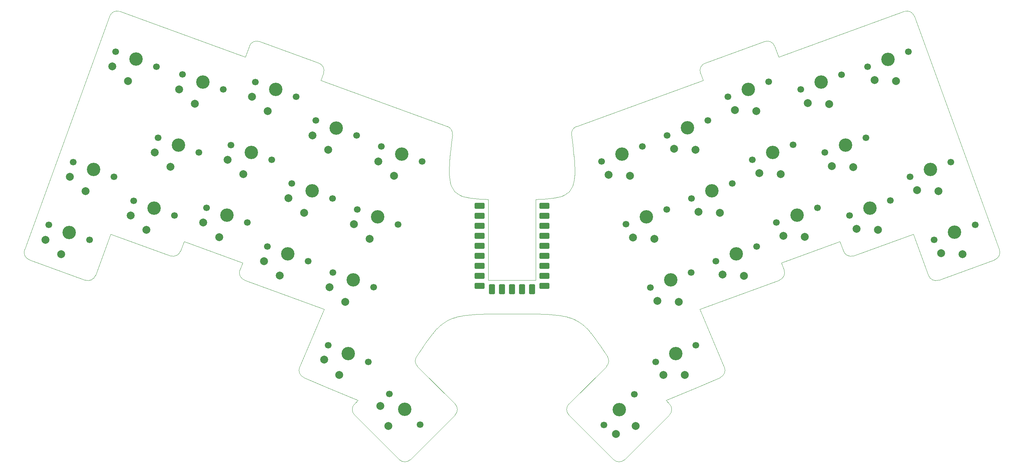
<source format=gts>
%TF.GenerationSoftware,KiCad,Pcbnew,(6.0.11)*%
%TF.CreationDate,2023-05-11T00:11:39+09:00*%
%TF.ProjectId,gu34,67753334-2e6b-4696-9361-645f70636258,rev?*%
%TF.SameCoordinates,Original*%
%TF.FileFunction,Soldermask,Top*%
%TF.FilePolarity,Negative*%
%FSLAX46Y46*%
G04 Gerber Fmt 4.6, Leading zero omitted, Abs format (unit mm)*
G04 Created by KiCad (PCBNEW (6.0.11)) date 2023-05-11 00:11:39*
%MOMM*%
%LPD*%
G01*
G04 APERTURE LIST*
G04 Aperture macros list*
%AMRoundRect*
0 Rectangle with rounded corners*
0 $1 Rounding radius*
0 $2 $3 $4 $5 $6 $7 $8 $9 X,Y pos of 4 corners*
0 Add a 4 corners polygon primitive as box body*
4,1,4,$2,$3,$4,$5,$6,$7,$8,$9,$2,$3,0*
0 Add four circle primitives for the rounded corners*
1,1,$1+$1,$2,$3*
1,1,$1+$1,$4,$5*
1,1,$1+$1,$6,$7*
1,1,$1+$1,$8,$9*
0 Add four rect primitives between the rounded corners*
20,1,$1+$1,$2,$3,$4,$5,0*
20,1,$1+$1,$4,$5,$6,$7,0*
20,1,$1+$1,$6,$7,$8,$9,0*
20,1,$1+$1,$8,$9,$2,$3,0*%
G04 Aperture macros list end*
%TA.AperFunction,Profile*%
%ADD10C,0.100000*%
%TD*%
%ADD11C,0.100000*%
%ADD12C,3.400000*%
%ADD13C,1.700000*%
%ADD14C,2.000000*%
%ADD15RoundRect,0.400000X-0.900000X-0.400000X0.900000X-0.400000X0.900000X0.400000X-0.900000X0.400000X0*%
%ADD16RoundRect,0.400050X-0.899950X-0.400050X0.899950X-0.400050X0.899950X0.400050X-0.899950X0.400050X0*%
%ADD17RoundRect,0.400000X-0.400000X-0.900000X0.400000X-0.900000X0.400000X0.900000X-0.400000X0.900000X0*%
%ADD18RoundRect,0.393700X-0.393700X-0.906300X0.393700X-0.906300X0.393700X0.906300X-0.393700X0.906300X0*%
G04 APERTURE END LIST*
D10*
X210582773Y-81577077D02*
X211252397Y-83416855D01*
X88494956Y-108075051D02*
G75*
G03*
X89554561Y-110697548I1841044J-781449D01*
G01*
X95346573Y-113156111D02*
X103289125Y-116527525D01*
X78322834Y-25428801D02*
G75*
G03*
X75759393Y-26624187I-684034J-1879399D01*
G01*
X42954792Y-17793857D02*
G75*
G03*
X40391368Y-18989196I-684042J-1879383D01*
G01*
D11*
X166485012Y-105404977D02*
X165843422Y-104418288D01*
X165235255Y-103493247D01*
X164656430Y-102627865D01*
X164102870Y-101820152D01*
X163570495Y-101068122D01*
X163055227Y-100369784D01*
X162552988Y-99723150D01*
X162059698Y-99126231D01*
X161571279Y-98577040D01*
X161083652Y-98073587D01*
X160592739Y-97613884D01*
X160094461Y-97195942D01*
X159584739Y-96817772D01*
X159059494Y-96477386D01*
X158514648Y-96172795D01*
X157946123Y-95902011D01*
X157349839Y-95663045D01*
X156721718Y-95453908D01*
X156057681Y-95272612D01*
X155353649Y-95117168D01*
X154605545Y-94985587D01*
X153809288Y-94875882D01*
X152960801Y-94786062D01*
X152056005Y-94714140D01*
X151090820Y-94658127D01*
X150061169Y-94616035D01*
X148962973Y-94585874D01*
X147792153Y-94565656D01*
X146544630Y-94553393D01*
X145216326Y-94547096D01*
X143803162Y-94544776D01*
X142301060Y-94544445D01*
D10*
X241647326Y-17793851D02*
X209842120Y-29370000D01*
X148301060Y-86044445D02*
X142301060Y-86044445D01*
X36782901Y-84795311D02*
X40599548Y-74309162D01*
X78322819Y-25428843D02*
X93357901Y-30901165D01*
X244002572Y-74309162D02*
X228850905Y-79823917D01*
D11*
X127212923Y-49078253D02*
X127059566Y-50372382D01*
X126918517Y-51596863D01*
X126791366Y-52753624D01*
X126679703Y-53844590D01*
X126585120Y-54871688D01*
X126509208Y-55836845D01*
X126453558Y-56741987D01*
X126419761Y-57589040D01*
X126409407Y-58379931D01*
X126424088Y-59116586D01*
X126465395Y-59800932D01*
X126534919Y-60434895D01*
X126634251Y-61020401D01*
X126764981Y-61559378D01*
X126928701Y-62053752D01*
X127127002Y-62505448D01*
X127361475Y-62916394D01*
X127633710Y-63288516D01*
X127945300Y-63623740D01*
X128297834Y-63923993D01*
X128692904Y-64191201D01*
X129132100Y-64427291D01*
X129617015Y-64634190D01*
X130149238Y-64813823D01*
X130730361Y-64968117D01*
X131361975Y-65098999D01*
X132045670Y-65208394D01*
X132783039Y-65298230D01*
X133575671Y-65370434D01*
X134425157Y-65426930D01*
X135333090Y-65469647D01*
X136301060Y-65500510D01*
D10*
X210057037Y-85980237D02*
G75*
G03*
X211252397Y-83416855I-683937J1879337D01*
G01*
X136301060Y-65544445D02*
X136301060Y-65500510D01*
X168042215Y-131541016D02*
G75*
G03*
X170870642Y-131541016I1414214J1414215D01*
G01*
X113731478Y-131541016D02*
G75*
G03*
X116559905Y-131541016I1414214J1414215D01*
G01*
X195047559Y-110697548D02*
X189255547Y-113156111D01*
X74019347Y-81577077D02*
X73349723Y-83416855D01*
X148301060Y-65544445D02*
X148301060Y-86044445D01*
X89554561Y-110697548D02*
X95346573Y-113156111D01*
X40391368Y-18989196D02*
X18819580Y-78257197D01*
X94553246Y-33464590D02*
X93883621Y-35304368D01*
X189850290Y-93334940D02*
X196107106Y-108075076D01*
X118117153Y-105405006D02*
G75*
G03*
X118381403Y-107906670I1678447J-1087494D01*
G01*
X247819286Y-84795286D02*
G75*
G03*
X250382644Y-85990656I1879314J683886D01*
G01*
X264587195Y-80820622D02*
X250382644Y-85990656D01*
X93883621Y-35304368D02*
X125911108Y-46961420D01*
X206279301Y-25428843D02*
X191244219Y-30901165D01*
X136301060Y-86044445D02*
X142301060Y-86044445D01*
X103289125Y-116527525D02*
X102417769Y-117398880D01*
X20014925Y-80820622D02*
X34219476Y-85990656D01*
X191244209Y-30901138D02*
G75*
G03*
X190048874Y-33464590I683991J-1879362D01*
G01*
X182184351Y-120227307D02*
X170870642Y-131541016D01*
X156728507Y-117398880D02*
X166220717Y-107906670D01*
X94751830Y-93334940D02*
X88495014Y-108075076D01*
X168042215Y-131541016D02*
X156728507Y-120227307D01*
X210057053Y-85980280D02*
X189850290Y-93334940D01*
X148301060Y-65544445D02*
X148301060Y-65500510D01*
X189255547Y-113156111D02*
X181312995Y-116527525D01*
X94553328Y-33464620D02*
G75*
G03*
X93357901Y-30901165I-1879428J684020D01*
G01*
X182184357Y-120227313D02*
G75*
G03*
X182184351Y-117398880I-1414257J1414213D01*
G01*
X181312995Y-116527525D02*
X182184351Y-117398880D01*
X190048874Y-33464590D02*
X190718499Y-35304368D01*
X18819555Y-78257188D02*
G75*
G03*
X20014925Y-80820622I1879445J-684012D01*
G01*
X42954794Y-17793851D02*
X74760000Y-29370000D01*
X247819219Y-84795311D02*
X244002572Y-74309162D01*
X209842120Y-29370000D02*
X208842727Y-26624187D01*
X226287480Y-78628572D02*
X225398009Y-76184772D01*
X116559905Y-131541016D02*
X127873613Y-120227307D01*
X59204111Y-76184772D02*
X74019347Y-81577077D01*
X208842782Y-26624167D02*
G75*
G03*
X206279301Y-25428843I-1879382J-684033D01*
G01*
X244210828Y-18989168D02*
G75*
G03*
X241647326Y-17793851I-1879428J-684132D01*
G01*
X40599548Y-74309162D02*
X55751215Y-79823917D01*
X225398009Y-76184772D02*
X210582773Y-81577077D01*
X34219463Y-85990692D02*
G75*
G03*
X36782901Y-84795311I684037J1879392D01*
G01*
X136301060Y-65544445D02*
X136301060Y-86044445D01*
D11*
X157389197Y-49078253D02*
X157542553Y-50372382D01*
X157683602Y-51596863D01*
X157810753Y-52753624D01*
X157922416Y-53844590D01*
X158016999Y-54871688D01*
X158092911Y-55836845D01*
X158148561Y-56741987D01*
X158182358Y-57589040D01*
X158192712Y-58379931D01*
X158178031Y-59116586D01*
X158136724Y-59800932D01*
X158067200Y-60434895D01*
X157967868Y-61020401D01*
X157837138Y-61559378D01*
X157673418Y-62053752D01*
X157475117Y-62505448D01*
X157240644Y-62916394D01*
X156968409Y-63288516D01*
X156656819Y-63623740D01*
X156304285Y-63923993D01*
X155909215Y-64191201D01*
X155470019Y-64427291D01*
X154985104Y-64634190D01*
X154452881Y-64813823D01*
X153871758Y-64968117D01*
X153240144Y-65098999D01*
X152556449Y-65208394D01*
X151819080Y-65298230D01*
X151026448Y-65370434D01*
X150176962Y-65426930D01*
X149269029Y-65469647D01*
X148301060Y-65500510D01*
D10*
X244210752Y-18989196D02*
X265782540Y-78257197D01*
X127873613Y-117398880D02*
X118381403Y-107906670D01*
X127873619Y-120227313D02*
G75*
G03*
X127873613Y-117398880I-1414219J1414213D01*
G01*
X264587170Y-80820552D02*
G75*
G03*
X265782540Y-78257197I-683970J1879352D01*
G01*
X158691035Y-46961484D02*
G75*
G03*
X157389197Y-49078253I684065J-1879416D01*
G01*
X74760000Y-29370000D02*
X75759393Y-26624187D01*
X195047539Y-110697500D02*
G75*
G03*
X196107106Y-108075076I-781439J1841000D01*
G01*
X156728513Y-117398886D02*
G75*
G03*
X156728507Y-120227307I1414187J-1414214D01*
G01*
X166220677Y-107906630D02*
G75*
G03*
X166485012Y-105404977I-1414277J1414230D01*
G01*
D11*
X118117108Y-105404977D02*
X118758697Y-104418288D01*
X119366864Y-103493247D01*
X119945689Y-102627865D01*
X120499249Y-101820152D01*
X121031624Y-101068122D01*
X121546892Y-100369784D01*
X122049131Y-99723150D01*
X122542421Y-99126231D01*
X123030840Y-98577040D01*
X123518467Y-98073587D01*
X124009380Y-97613884D01*
X124507658Y-97195942D01*
X125017380Y-96817772D01*
X125542625Y-96477386D01*
X126087471Y-96172795D01*
X126655996Y-95902011D01*
X127252280Y-95663045D01*
X127880401Y-95453908D01*
X128544438Y-95272612D01*
X129248470Y-95117168D01*
X129996574Y-94985587D01*
X130792831Y-94875882D01*
X131641318Y-94786062D01*
X132546115Y-94714140D01*
X133511299Y-94658127D01*
X134540950Y-94616035D01*
X135639146Y-94585874D01*
X136809966Y-94565656D01*
X138057489Y-94553393D01*
X139385793Y-94547096D01*
X140798957Y-94544776D01*
X142301060Y-94544445D01*
D10*
X102417775Y-117398886D02*
G75*
G03*
X102417769Y-120227307I1414225J-1414214D01*
G01*
X55751241Y-79823845D02*
G75*
G03*
X58314640Y-78628572I684059J1879345D01*
G01*
X58314640Y-78628572D02*
X59204111Y-76184772D01*
X127212938Y-49078255D02*
G75*
G03*
X125911108Y-46961420I-1985838J237455D01*
G01*
X190718499Y-35304368D02*
X158691012Y-46961420D01*
X102417769Y-120227307D02*
X113731478Y-131541016D01*
X226287504Y-78628563D02*
G75*
G03*
X228850905Y-79823917I1879396J684063D01*
G01*
X74545067Y-85980280D02*
X94751830Y-93334940D01*
X73349724Y-83416855D02*
G75*
G03*
X74545067Y-85980280I1879376J-684045D01*
G01*
D12*
%TO.C,SW18*%
X208340000Y-53540000D03*
D13*
X203171691Y-55421111D03*
X213508309Y-51658889D03*
D14*
X210357919Y-59084186D03*
X204941213Y-58820933D03*
%TD*%
D13*
%TO.C,SW33*%
X173329087Y-114950913D03*
X165550913Y-122729087D03*
D12*
X169440000Y-118840000D03*
D14*
X173611930Y-123011930D03*
X168591472Y-125062540D03*
%TD*%
D12*
%TO.C,SW7*%
X186790000Y-47350000D03*
D13*
X191958309Y-45468889D03*
X181621691Y-49231111D03*
D14*
X188807919Y-52894186D03*
X183391213Y-52630933D03*
%TD*%
D13*
%TO.C,SW16*%
X181508309Y-68048889D03*
D12*
X176340000Y-69930000D03*
D13*
X171171691Y-71811111D03*
D14*
X178357919Y-75474186D03*
X172941213Y-75210933D03*
%TD*%
D13*
%TO.C,SW19*%
X231928309Y-49858889D03*
D12*
X226760000Y-51740000D03*
D13*
X221591691Y-53621111D03*
D14*
X228777919Y-57284186D03*
X223361213Y-57020933D03*
%TD*%
D13*
%TO.C,SW31*%
X105902777Y-106779021D03*
X95777223Y-102480979D03*
D12*
X100840000Y-104630000D03*
D14*
X98534686Y-110060979D03*
X94752697Y-106174263D03*
%TD*%
D12*
%TO.C,SW2*%
X63970000Y-35690000D03*
D13*
X58801691Y-33808889D03*
X69138309Y-37571111D03*
D14*
X61952081Y-41234186D03*
X57971860Y-37550731D03*
%TD*%
D12*
%TO.C,SW1*%
X47060000Y-29910000D03*
D13*
X41891691Y-28028889D03*
X52228309Y-31791111D03*
D14*
X45042081Y-35454186D03*
X41061860Y-31770731D03*
%TD*%
D13*
%TO.C,SW5*%
X119568309Y-55861111D03*
X109231691Y-52098889D03*
D12*
X114400000Y-53980000D03*
D14*
X112382081Y-59524186D03*
X108401860Y-55840731D03*
%TD*%
D12*
%TO.C,SW28*%
X214481691Y-69491111D03*
D13*
X219650000Y-67610000D03*
X209313382Y-71372222D03*
D14*
X216499610Y-75035297D03*
X211082904Y-74772044D03*
%TD*%
D13*
%TO.C,SW27*%
X204248309Y-77448889D03*
D12*
X199080000Y-79330000D03*
D13*
X193911691Y-81211111D03*
D14*
X201097919Y-84874186D03*
X195681213Y-84610933D03*
%TD*%
D13*
%TO.C,SW21*%
X35288309Y-75751111D03*
X24951691Y-71988889D03*
D12*
X30120000Y-73870000D03*
D14*
X28102081Y-79414186D03*
X24121860Y-75730731D03*
%TD*%
D13*
%TO.C,SW25*%
X96921691Y-84058889D03*
X107258309Y-87821111D03*
D12*
X102090000Y-85940000D03*
D14*
X100072081Y-91484186D03*
X96091860Y-87800731D03*
%TD*%
D13*
%TO.C,SW32*%
X119039087Y-122689087D03*
D12*
X115150000Y-118800000D03*
D13*
X111260913Y-114910913D03*
D14*
X110978070Y-122971930D03*
X108927460Y-117951472D03*
%TD*%
D12*
%TO.C,SW11*%
X36280000Y-57900000D03*
D13*
X31111691Y-56018889D03*
X41448309Y-59781111D03*
D14*
X34262081Y-63444186D03*
X30281860Y-59760731D03*
%TD*%
D12*
%TO.C,SW14*%
X91640000Y-63360000D03*
D13*
X96808309Y-65241111D03*
X86471691Y-61478889D03*
D14*
X89622081Y-68904186D03*
X85641860Y-65220731D03*
%TD*%
D12*
%TO.C,SW3*%
X82450000Y-37580000D03*
D13*
X77281691Y-35698889D03*
X87618309Y-39461111D03*
D14*
X80432081Y-43124186D03*
X76451860Y-39440731D03*
%TD*%
D13*
%TO.C,SW12*%
X62979637Y-53595866D03*
D12*
X57811328Y-51714755D03*
D13*
X52643019Y-49833644D03*
D14*
X55793409Y-57258941D03*
X51813188Y-53575486D03*
%TD*%
D13*
%TO.C,SW9*%
X215471691Y-37611111D03*
D12*
X220640000Y-35730000D03*
D13*
X225808309Y-33848889D03*
D14*
X222657919Y-41274186D03*
X217241213Y-41010933D03*
%TD*%
D13*
%TO.C,SW20*%
X253448309Y-56008889D03*
D12*
X248280000Y-57890000D03*
D13*
X243111691Y-59771111D03*
D14*
X250297919Y-63434186D03*
X244881213Y-63170933D03*
%TD*%
D13*
%TO.C,SW15*%
X103101691Y-68078889D03*
X113438309Y-71841111D03*
D12*
X108270000Y-69960000D03*
D14*
X106252081Y-75504186D03*
X102271860Y-71820731D03*
%TD*%
D15*
%TO.C,RZ1*%
X150505000Y-67135000D03*
X150505000Y-69675000D03*
X150505000Y-72215000D03*
X150505000Y-74755000D03*
X150505000Y-77295000D03*
D16*
X150505000Y-79835000D03*
X150505000Y-82375000D03*
X150505000Y-84915000D03*
X150505000Y-87455000D03*
D17*
X147365000Y-88265000D03*
D18*
X144825000Y-88265000D03*
X142285000Y-88265000D03*
X139745000Y-88265000D03*
X137205000Y-88265000D03*
D16*
X134065000Y-87455000D03*
X134065000Y-84915000D03*
X134065000Y-82375000D03*
X134065000Y-79835000D03*
X134065000Y-67135000D03*
X134065000Y-69675000D03*
X134065000Y-72215000D03*
X134065000Y-77295000D03*
X134065000Y-74755000D03*
%TD*%
D12*
%TO.C,SW34*%
X183780000Y-104630000D03*
D13*
X188842777Y-102480979D03*
X178717223Y-106779021D03*
D14*
X186085314Y-110060979D03*
X180662254Y-110081574D03*
%TD*%
D13*
%TO.C,SW22*%
X56828309Y-69591111D03*
D12*
X51660000Y-67710000D03*
D13*
X46491691Y-65828889D03*
D14*
X49642081Y-73254186D03*
X45661860Y-69570731D03*
%TD*%
D12*
%TO.C,SW8*%
X202170000Y-37540000D03*
D13*
X197001691Y-39421111D03*
X207338309Y-35658889D03*
D14*
X204187919Y-43084186D03*
X198771213Y-42820933D03*
%TD*%
D13*
%TO.C,SW4*%
X92613019Y-45493644D03*
X102949637Y-49255866D03*
D12*
X97781328Y-47374755D03*
D14*
X95763409Y-52918941D03*
X91783188Y-49235486D03*
%TD*%
D12*
%TO.C,SW30*%
X254440000Y-73850000D03*
D13*
X249271691Y-75731111D03*
X259608309Y-71968889D03*
D14*
X256457919Y-79394186D03*
X251041213Y-79130933D03*
%TD*%
D12*
%TO.C,SW13*%
X76281328Y-53564755D03*
D13*
X81449637Y-55445866D03*
X71113019Y-51683644D03*
D14*
X74263409Y-59108941D03*
X70283188Y-55425486D03*
%TD*%
D12*
%TO.C,SW24*%
X85480000Y-79320000D03*
D13*
X90648309Y-81201111D03*
X80311691Y-77438889D03*
D14*
X83462081Y-84864186D03*
X79481860Y-81180731D03*
%TD*%
D13*
%TO.C,SW10*%
X232381691Y-31801111D03*
D12*
X237550000Y-29920000D03*
D13*
X242718309Y-28038889D03*
D14*
X239567919Y-35464186D03*
X234151213Y-35200933D03*
%TD*%
D13*
%TO.C,SW17*%
X198128309Y-61478889D03*
D12*
X192960000Y-63360000D03*
D13*
X187791691Y-65241111D03*
D14*
X194977919Y-68904186D03*
X189561213Y-68640933D03*
%TD*%
D13*
%TO.C,SW23*%
X75278309Y-71401111D03*
D12*
X70110000Y-69520000D03*
D13*
X64941691Y-67638889D03*
D14*
X68092081Y-75064186D03*
X64111860Y-71380731D03*
%TD*%
D13*
%TO.C,SW26*%
X177341691Y-87831111D03*
D12*
X182510000Y-85950000D03*
D13*
X187678309Y-84068889D03*
D14*
X184527919Y-91494186D03*
X179111213Y-91230933D03*
%TD*%
D13*
%TO.C,SW29*%
X238138309Y-65808889D03*
X227801691Y-69571111D03*
D12*
X232970000Y-67690000D03*
D14*
X234987919Y-73234186D03*
X229571213Y-72970933D03*
%TD*%
D12*
%TO.C,SW6*%
X170190000Y-53980000D03*
D13*
X165021691Y-55861111D03*
X175358309Y-52098889D03*
D14*
X172207919Y-59524186D03*
X166791213Y-59260933D03*
%TD*%
M02*

</source>
